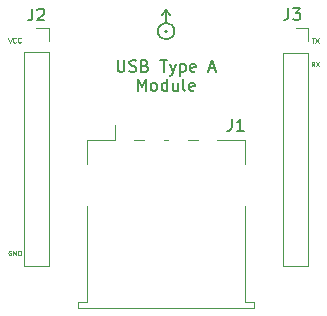
<source format=gto>
G04 #@! TF.GenerationSoftware,KiCad,Pcbnew,7.0.7*
G04 #@! TF.CreationDate,2023-10-04T16:54:14-06:00*
G04 #@! TF.ProjectId,USB_Module,5553425f-4d6f-4647-956c-652e6b696361,rev?*
G04 #@! TF.SameCoordinates,Original*
G04 #@! TF.FileFunction,Legend,Top*
G04 #@! TF.FilePolarity,Positive*
%FSLAX46Y46*%
G04 Gerber Fmt 4.6, Leading zero omitted, Abs format (unit mm)*
G04 Created by KiCad (PCBNEW 7.0.7) date 2023-10-04 16:54:14*
%MOMM*%
%LPD*%
G01*
G04 APERTURE LIST*
%ADD10C,0.100000*%
%ADD11C,0.150000*%
%ADD12C,0.120000*%
%ADD13R,1.250000X3.000000*%
%ADD14C,3.000000*%
%ADD15R,1.350000X1.350000*%
%ADD16O,1.350000X1.350000*%
G04 APERTURE END LIST*
D10*
X131205237Y-105488895D02*
X131167142Y-105469847D01*
X131167142Y-105469847D02*
X131109999Y-105469847D01*
X131109999Y-105469847D02*
X131052856Y-105488895D01*
X131052856Y-105488895D02*
X131014761Y-105526990D01*
X131014761Y-105526990D02*
X130995714Y-105565085D01*
X130995714Y-105565085D02*
X130976666Y-105641276D01*
X130976666Y-105641276D02*
X130976666Y-105698419D01*
X130976666Y-105698419D02*
X130995714Y-105774609D01*
X130995714Y-105774609D02*
X131014761Y-105812704D01*
X131014761Y-105812704D02*
X131052856Y-105850800D01*
X131052856Y-105850800D02*
X131109999Y-105869847D01*
X131109999Y-105869847D02*
X131148095Y-105869847D01*
X131148095Y-105869847D02*
X131205237Y-105850800D01*
X131205237Y-105850800D02*
X131224285Y-105831752D01*
X131224285Y-105831752D02*
X131224285Y-105698419D01*
X131224285Y-105698419D02*
X131148095Y-105698419D01*
X131395714Y-105869847D02*
X131395714Y-105469847D01*
X131395714Y-105469847D02*
X131624285Y-105869847D01*
X131624285Y-105869847D02*
X131624285Y-105469847D01*
X131814762Y-105869847D02*
X131814762Y-105469847D01*
X131814762Y-105469847D02*
X131910000Y-105469847D01*
X131910000Y-105469847D02*
X131967143Y-105488895D01*
X131967143Y-105488895D02*
X132005238Y-105526990D01*
X132005238Y-105526990D02*
X132024285Y-105565085D01*
X132024285Y-105565085D02*
X132043333Y-105641276D01*
X132043333Y-105641276D02*
X132043333Y-105698419D01*
X132043333Y-105698419D02*
X132024285Y-105774609D01*
X132024285Y-105774609D02*
X132005238Y-105812704D01*
X132005238Y-105812704D02*
X131967143Y-105850800D01*
X131967143Y-105850800D02*
X131910000Y-105869847D01*
X131910000Y-105869847D02*
X131814762Y-105869847D01*
D11*
X140227561Y-89327819D02*
X140227561Y-90137342D01*
X140227561Y-90137342D02*
X140275180Y-90232580D01*
X140275180Y-90232580D02*
X140322799Y-90280200D01*
X140322799Y-90280200D02*
X140418037Y-90327819D01*
X140418037Y-90327819D02*
X140608513Y-90327819D01*
X140608513Y-90327819D02*
X140703751Y-90280200D01*
X140703751Y-90280200D02*
X140751370Y-90232580D01*
X140751370Y-90232580D02*
X140798989Y-90137342D01*
X140798989Y-90137342D02*
X140798989Y-89327819D01*
X141227561Y-90280200D02*
X141370418Y-90327819D01*
X141370418Y-90327819D02*
X141608513Y-90327819D01*
X141608513Y-90327819D02*
X141703751Y-90280200D01*
X141703751Y-90280200D02*
X141751370Y-90232580D01*
X141751370Y-90232580D02*
X141798989Y-90137342D01*
X141798989Y-90137342D02*
X141798989Y-90042104D01*
X141798989Y-90042104D02*
X141751370Y-89946866D01*
X141751370Y-89946866D02*
X141703751Y-89899247D01*
X141703751Y-89899247D02*
X141608513Y-89851628D01*
X141608513Y-89851628D02*
X141418037Y-89804009D01*
X141418037Y-89804009D02*
X141322799Y-89756390D01*
X141322799Y-89756390D02*
X141275180Y-89708771D01*
X141275180Y-89708771D02*
X141227561Y-89613533D01*
X141227561Y-89613533D02*
X141227561Y-89518295D01*
X141227561Y-89518295D02*
X141275180Y-89423057D01*
X141275180Y-89423057D02*
X141322799Y-89375438D01*
X141322799Y-89375438D02*
X141418037Y-89327819D01*
X141418037Y-89327819D02*
X141656132Y-89327819D01*
X141656132Y-89327819D02*
X141798989Y-89375438D01*
X142560894Y-89804009D02*
X142703751Y-89851628D01*
X142703751Y-89851628D02*
X142751370Y-89899247D01*
X142751370Y-89899247D02*
X142798989Y-89994485D01*
X142798989Y-89994485D02*
X142798989Y-90137342D01*
X142798989Y-90137342D02*
X142751370Y-90232580D01*
X142751370Y-90232580D02*
X142703751Y-90280200D01*
X142703751Y-90280200D02*
X142608513Y-90327819D01*
X142608513Y-90327819D02*
X142227561Y-90327819D01*
X142227561Y-90327819D02*
X142227561Y-89327819D01*
X142227561Y-89327819D02*
X142560894Y-89327819D01*
X142560894Y-89327819D02*
X142656132Y-89375438D01*
X142656132Y-89375438D02*
X142703751Y-89423057D01*
X142703751Y-89423057D02*
X142751370Y-89518295D01*
X142751370Y-89518295D02*
X142751370Y-89613533D01*
X142751370Y-89613533D02*
X142703751Y-89708771D01*
X142703751Y-89708771D02*
X142656132Y-89756390D01*
X142656132Y-89756390D02*
X142560894Y-89804009D01*
X142560894Y-89804009D02*
X142227561Y-89804009D01*
X143846609Y-89327819D02*
X144418037Y-89327819D01*
X144132323Y-90327819D02*
X144132323Y-89327819D01*
X144656133Y-89661152D02*
X144894228Y-90327819D01*
X145132323Y-89661152D02*
X144894228Y-90327819D01*
X144894228Y-90327819D02*
X144798990Y-90565914D01*
X144798990Y-90565914D02*
X144751371Y-90613533D01*
X144751371Y-90613533D02*
X144656133Y-90661152D01*
X145513276Y-89661152D02*
X145513276Y-90661152D01*
X145513276Y-89708771D02*
X145608514Y-89661152D01*
X145608514Y-89661152D02*
X145798990Y-89661152D01*
X145798990Y-89661152D02*
X145894228Y-89708771D01*
X145894228Y-89708771D02*
X145941847Y-89756390D01*
X145941847Y-89756390D02*
X145989466Y-89851628D01*
X145989466Y-89851628D02*
X145989466Y-90137342D01*
X145989466Y-90137342D02*
X145941847Y-90232580D01*
X145941847Y-90232580D02*
X145894228Y-90280200D01*
X145894228Y-90280200D02*
X145798990Y-90327819D01*
X145798990Y-90327819D02*
X145608514Y-90327819D01*
X145608514Y-90327819D02*
X145513276Y-90280200D01*
X146798990Y-90280200D02*
X146703752Y-90327819D01*
X146703752Y-90327819D02*
X146513276Y-90327819D01*
X146513276Y-90327819D02*
X146418038Y-90280200D01*
X146418038Y-90280200D02*
X146370419Y-90184961D01*
X146370419Y-90184961D02*
X146370419Y-89804009D01*
X146370419Y-89804009D02*
X146418038Y-89708771D01*
X146418038Y-89708771D02*
X146513276Y-89661152D01*
X146513276Y-89661152D02*
X146703752Y-89661152D01*
X146703752Y-89661152D02*
X146798990Y-89708771D01*
X146798990Y-89708771D02*
X146846609Y-89804009D01*
X146846609Y-89804009D02*
X146846609Y-89899247D01*
X146846609Y-89899247D02*
X146370419Y-89994485D01*
X147989467Y-90042104D02*
X148465657Y-90042104D01*
X147894229Y-90327819D02*
X148227562Y-89327819D01*
X148227562Y-89327819D02*
X148560895Y-90327819D01*
X141941847Y-91937819D02*
X141941847Y-90937819D01*
X141941847Y-90937819D02*
X142275180Y-91652104D01*
X142275180Y-91652104D02*
X142608513Y-90937819D01*
X142608513Y-90937819D02*
X142608513Y-91937819D01*
X143227561Y-91937819D02*
X143132323Y-91890200D01*
X143132323Y-91890200D02*
X143084704Y-91842580D01*
X143084704Y-91842580D02*
X143037085Y-91747342D01*
X143037085Y-91747342D02*
X143037085Y-91461628D01*
X143037085Y-91461628D02*
X143084704Y-91366390D01*
X143084704Y-91366390D02*
X143132323Y-91318771D01*
X143132323Y-91318771D02*
X143227561Y-91271152D01*
X143227561Y-91271152D02*
X143370418Y-91271152D01*
X143370418Y-91271152D02*
X143465656Y-91318771D01*
X143465656Y-91318771D02*
X143513275Y-91366390D01*
X143513275Y-91366390D02*
X143560894Y-91461628D01*
X143560894Y-91461628D02*
X143560894Y-91747342D01*
X143560894Y-91747342D02*
X143513275Y-91842580D01*
X143513275Y-91842580D02*
X143465656Y-91890200D01*
X143465656Y-91890200D02*
X143370418Y-91937819D01*
X143370418Y-91937819D02*
X143227561Y-91937819D01*
X144418037Y-91937819D02*
X144418037Y-90937819D01*
X144418037Y-91890200D02*
X144322799Y-91937819D01*
X144322799Y-91937819D02*
X144132323Y-91937819D01*
X144132323Y-91937819D02*
X144037085Y-91890200D01*
X144037085Y-91890200D02*
X143989466Y-91842580D01*
X143989466Y-91842580D02*
X143941847Y-91747342D01*
X143941847Y-91747342D02*
X143941847Y-91461628D01*
X143941847Y-91461628D02*
X143989466Y-91366390D01*
X143989466Y-91366390D02*
X144037085Y-91318771D01*
X144037085Y-91318771D02*
X144132323Y-91271152D01*
X144132323Y-91271152D02*
X144322799Y-91271152D01*
X144322799Y-91271152D02*
X144418037Y-91318771D01*
X145322799Y-91271152D02*
X145322799Y-91937819D01*
X144894228Y-91271152D02*
X144894228Y-91794961D01*
X144894228Y-91794961D02*
X144941847Y-91890200D01*
X144941847Y-91890200D02*
X145037085Y-91937819D01*
X145037085Y-91937819D02*
X145179942Y-91937819D01*
X145179942Y-91937819D02*
X145275180Y-91890200D01*
X145275180Y-91890200D02*
X145322799Y-91842580D01*
X145941847Y-91937819D02*
X145846609Y-91890200D01*
X145846609Y-91890200D02*
X145798990Y-91794961D01*
X145798990Y-91794961D02*
X145798990Y-90937819D01*
X146703752Y-91890200D02*
X146608514Y-91937819D01*
X146608514Y-91937819D02*
X146418038Y-91937819D01*
X146418038Y-91937819D02*
X146322800Y-91890200D01*
X146322800Y-91890200D02*
X146275181Y-91794961D01*
X146275181Y-91794961D02*
X146275181Y-91414009D01*
X146275181Y-91414009D02*
X146322800Y-91318771D01*
X146322800Y-91318771D02*
X146418038Y-91271152D01*
X146418038Y-91271152D02*
X146608514Y-91271152D01*
X146608514Y-91271152D02*
X146703752Y-91318771D01*
X146703752Y-91318771D02*
X146751371Y-91414009D01*
X146751371Y-91414009D02*
X146751371Y-91509247D01*
X146751371Y-91509247D02*
X146275181Y-91604485D01*
D10*
X130976667Y-87449847D02*
X131110000Y-87849847D01*
X131110000Y-87849847D02*
X131243333Y-87449847D01*
X131605238Y-87811752D02*
X131586190Y-87830800D01*
X131586190Y-87830800D02*
X131529048Y-87849847D01*
X131529048Y-87849847D02*
X131490952Y-87849847D01*
X131490952Y-87849847D02*
X131433809Y-87830800D01*
X131433809Y-87830800D02*
X131395714Y-87792704D01*
X131395714Y-87792704D02*
X131376667Y-87754609D01*
X131376667Y-87754609D02*
X131357619Y-87678419D01*
X131357619Y-87678419D02*
X131357619Y-87621276D01*
X131357619Y-87621276D02*
X131376667Y-87545085D01*
X131376667Y-87545085D02*
X131395714Y-87506990D01*
X131395714Y-87506990D02*
X131433809Y-87468895D01*
X131433809Y-87468895D02*
X131490952Y-87449847D01*
X131490952Y-87449847D02*
X131529048Y-87449847D01*
X131529048Y-87449847D02*
X131586190Y-87468895D01*
X131586190Y-87468895D02*
X131605238Y-87487942D01*
X132005238Y-87811752D02*
X131986190Y-87830800D01*
X131986190Y-87830800D02*
X131929048Y-87849847D01*
X131929048Y-87849847D02*
X131890952Y-87849847D01*
X131890952Y-87849847D02*
X131833809Y-87830800D01*
X131833809Y-87830800D02*
X131795714Y-87792704D01*
X131795714Y-87792704D02*
X131776667Y-87754609D01*
X131776667Y-87754609D02*
X131757619Y-87678419D01*
X131757619Y-87678419D02*
X131757619Y-87621276D01*
X131757619Y-87621276D02*
X131776667Y-87545085D01*
X131776667Y-87545085D02*
X131795714Y-87506990D01*
X131795714Y-87506990D02*
X131833809Y-87468895D01*
X131833809Y-87468895D02*
X131890952Y-87449847D01*
X131890952Y-87449847D02*
X131929048Y-87449847D01*
X131929048Y-87449847D02*
X131986190Y-87468895D01*
X131986190Y-87468895D02*
X132005238Y-87487942D01*
X156645238Y-87469847D02*
X156873809Y-87469847D01*
X156759523Y-87869847D02*
X156759523Y-87469847D01*
X156969047Y-87469847D02*
X157235714Y-87869847D01*
X157235714Y-87469847D02*
X156969047Y-87869847D01*
X156883333Y-89859847D02*
X156750000Y-89669371D01*
X156654762Y-89859847D02*
X156654762Y-89459847D01*
X156654762Y-89459847D02*
X156807143Y-89459847D01*
X156807143Y-89459847D02*
X156845238Y-89478895D01*
X156845238Y-89478895D02*
X156864285Y-89497942D01*
X156864285Y-89497942D02*
X156883333Y-89536038D01*
X156883333Y-89536038D02*
X156883333Y-89593180D01*
X156883333Y-89593180D02*
X156864285Y-89631276D01*
X156864285Y-89631276D02*
X156845238Y-89650323D01*
X156845238Y-89650323D02*
X156807143Y-89669371D01*
X156807143Y-89669371D02*
X156654762Y-89669371D01*
X157016666Y-89459847D02*
X157283333Y-89859847D01*
X157283333Y-89459847D02*
X157016666Y-89859847D01*
D11*
X149907666Y-94323819D02*
X149907666Y-95038104D01*
X149907666Y-95038104D02*
X149860047Y-95180961D01*
X149860047Y-95180961D02*
X149764809Y-95276200D01*
X149764809Y-95276200D02*
X149621952Y-95323819D01*
X149621952Y-95323819D02*
X149526714Y-95323819D01*
X150907666Y-95323819D02*
X150336238Y-95323819D01*
X150621952Y-95323819D02*
X150621952Y-94323819D01*
X150621952Y-94323819D02*
X150526714Y-94466676D01*
X150526714Y-94466676D02*
X150431476Y-94561914D01*
X150431476Y-94561914D02*
X150336238Y-94609533D01*
X132996666Y-84984819D02*
X132996666Y-85699104D01*
X132996666Y-85699104D02*
X132949047Y-85841961D01*
X132949047Y-85841961D02*
X132853809Y-85937200D01*
X132853809Y-85937200D02*
X132710952Y-85984819D01*
X132710952Y-85984819D02*
X132615714Y-85984819D01*
X133425238Y-85080057D02*
X133472857Y-85032438D01*
X133472857Y-85032438D02*
X133568095Y-84984819D01*
X133568095Y-84984819D02*
X133806190Y-84984819D01*
X133806190Y-84984819D02*
X133901428Y-85032438D01*
X133901428Y-85032438D02*
X133949047Y-85080057D01*
X133949047Y-85080057D02*
X133996666Y-85175295D01*
X133996666Y-85175295D02*
X133996666Y-85270533D01*
X133996666Y-85270533D02*
X133949047Y-85413390D01*
X133949047Y-85413390D02*
X133377619Y-85984819D01*
X133377619Y-85984819D02*
X133996666Y-85984819D01*
X154686666Y-84944819D02*
X154686666Y-85659104D01*
X154686666Y-85659104D02*
X154639047Y-85801961D01*
X154639047Y-85801961D02*
X154543809Y-85897200D01*
X154543809Y-85897200D02*
X154400952Y-85944819D01*
X154400952Y-85944819D02*
X154305714Y-85944819D01*
X155067619Y-84944819D02*
X155686666Y-84944819D01*
X155686666Y-84944819D02*
X155353333Y-85325771D01*
X155353333Y-85325771D02*
X155496190Y-85325771D01*
X155496190Y-85325771D02*
X155591428Y-85373390D01*
X155591428Y-85373390D02*
X155639047Y-85421009D01*
X155639047Y-85421009D02*
X155686666Y-85516247D01*
X155686666Y-85516247D02*
X155686666Y-85754342D01*
X155686666Y-85754342D02*
X155639047Y-85849580D01*
X155639047Y-85849580D02*
X155591428Y-85897200D01*
X155591428Y-85897200D02*
X155496190Y-85944819D01*
X155496190Y-85944819D02*
X155210476Y-85944819D01*
X155210476Y-85944819D02*
X155115238Y-85897200D01*
X155115238Y-85897200D02*
X155067619Y-85849580D01*
D12*
X136892800Y-109786000D02*
X136892800Y-110306000D01*
X136892800Y-110306000D02*
X151752800Y-110306000D01*
X137662800Y-96086000D02*
X137662800Y-98156000D01*
X137662800Y-96086000D02*
X139972800Y-96086000D01*
X137662800Y-109786000D02*
X136892800Y-109786000D01*
X137662800Y-109786000D02*
X137662800Y-101676000D01*
X139972800Y-94796000D02*
X139972800Y-96086000D01*
X141652800Y-96096000D02*
X142472800Y-96096000D01*
X144152800Y-96096000D02*
X144492800Y-96096000D01*
X146172800Y-96096000D02*
X146992800Y-96096000D01*
X148672800Y-96086000D02*
X150982800Y-96086000D01*
X150982800Y-96086000D02*
X150982800Y-98156000D01*
X150982800Y-101676000D02*
X150982800Y-109786000D01*
X151752800Y-109786000D02*
X150982800Y-109786000D01*
X151752800Y-110306000D02*
X151752800Y-109786000D01*
X132273600Y-88690200D02*
X132273600Y-106750200D01*
X132273600Y-88690200D02*
X134393600Y-88690200D01*
X132273600Y-106750200D02*
X134393600Y-106750200D01*
X133333600Y-86630200D02*
X134393600Y-86630200D01*
X134393600Y-86630200D02*
X134393600Y-87690200D01*
X134393600Y-88690200D02*
X134393600Y-106750200D01*
D11*
X144329800Y-86189200D02*
X144329800Y-85089200D01*
X144329800Y-85089200D02*
X143979800Y-85489200D01*
X144329800Y-85089200D02*
X144679800Y-85489200D01*
X144408857Y-86889200D02*
G75*
G03*
X144408857Y-86889200I-79057J0D01*
G01*
X145030246Y-86889200D02*
G75*
G03*
X145030246Y-86889200I-700446J0D01*
G01*
D12*
X154261000Y-88700600D02*
X154261000Y-106760600D01*
X154261000Y-88700600D02*
X156381000Y-88700600D01*
X154261000Y-106760600D02*
X156381000Y-106760600D01*
X155321000Y-86640600D02*
X156381000Y-86640600D01*
X156381000Y-86640600D02*
X156381000Y-87700600D01*
X156381000Y-88700600D02*
X156381000Y-106760600D01*
%LPC*%
D13*
X140822800Y-96236000D03*
X143322800Y-96236000D03*
X145322800Y-96236000D03*
X147822800Y-96236000D03*
D14*
X137752800Y-99916000D03*
X150892800Y-99916000D03*
D15*
X133333600Y-87690200D03*
D16*
X133333600Y-89690200D03*
X133333600Y-91690200D03*
X133333600Y-93690200D03*
X133333600Y-95690200D03*
X133333600Y-97690200D03*
X133333600Y-99690200D03*
X133333600Y-101690200D03*
X133333600Y-103690200D03*
X133333600Y-105690200D03*
D15*
X155321000Y-87700600D03*
D16*
X155321000Y-89700600D03*
X155321000Y-91700600D03*
X155321000Y-93700600D03*
X155321000Y-95700600D03*
X155321000Y-97700600D03*
X155321000Y-99700600D03*
X155321000Y-101700600D03*
X155321000Y-103700600D03*
X155321000Y-105700600D03*
%LPD*%
M02*

</source>
